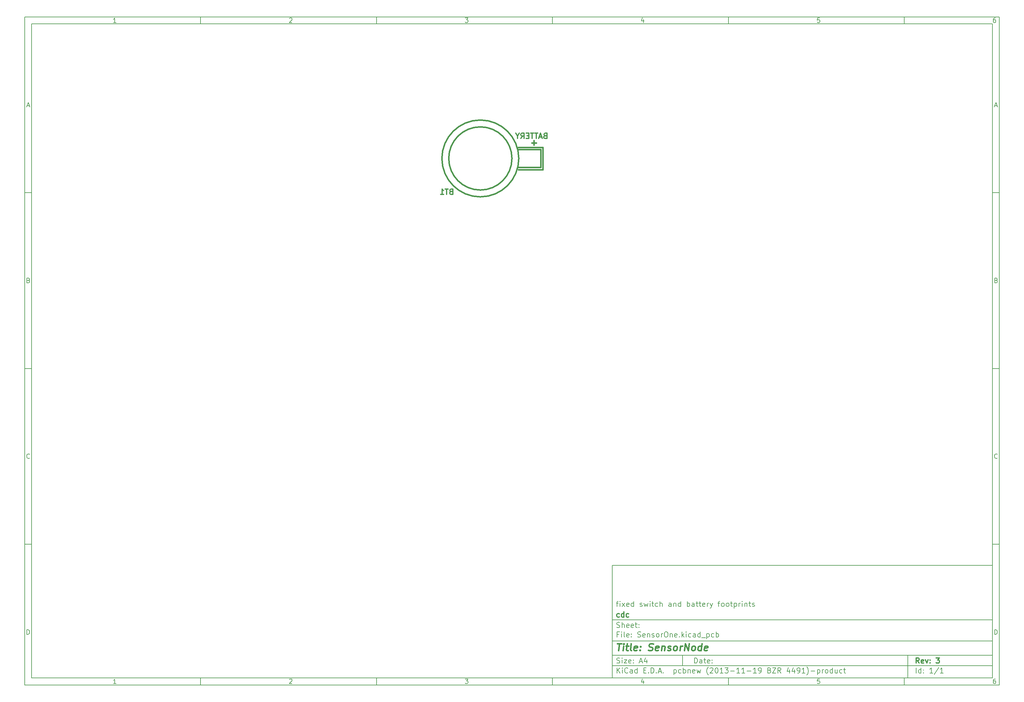
<source format=gbo>
%FSLAX34Y34*%
G04 Gerber Fmt 3.4, Leading zero omitted, Abs format*
G04 (created by PCBNEW (2013-11-19 BZR 4491)-product) date Thu 21 Nov 2013 01:11:00 GMT*
%MOIN*%
G01*
G70*
G90*
G04 APERTURE LIST*
%ADD10C,0.005906*%
%ADD11C,0.011811*%
%ADD12C,0.015748*%
%ADD13C,0.015000*%
%ADD14C,0.012000*%
G04 APERTURE END LIST*
G54D10*
X69685Y-65357D02*
X69685Y-77955D01*
X112205Y-77955D01*
X112205Y-65357D01*
X69685Y-65357D01*
X3937Y-3937D02*
X3937Y-78742D01*
X112992Y-78742D01*
X112992Y-3937D01*
X3937Y-3937D01*
X4724Y-4724D02*
X4724Y-77955D01*
X112205Y-77955D01*
X112205Y-4724D01*
X4724Y-4724D01*
X23622Y-4724D02*
X23622Y-3937D01*
X43307Y-4724D02*
X43307Y-3937D01*
X62992Y-4724D02*
X62992Y-3937D01*
X82677Y-4724D02*
X82677Y-3937D01*
X102362Y-4724D02*
X102362Y-3937D01*
X14169Y-4562D02*
X13877Y-4562D01*
X14023Y-4562D02*
X14023Y-4050D01*
X13974Y-4123D01*
X13925Y-4172D01*
X13877Y-4196D01*
X33562Y-4099D02*
X33586Y-4074D01*
X33635Y-4050D01*
X33757Y-4050D01*
X33805Y-4074D01*
X33830Y-4099D01*
X33854Y-4147D01*
X33854Y-4196D01*
X33830Y-4269D01*
X33537Y-4562D01*
X33854Y-4562D01*
X53222Y-4050D02*
X53539Y-4050D01*
X53368Y-4245D01*
X53442Y-4245D01*
X53490Y-4269D01*
X53515Y-4294D01*
X53539Y-4342D01*
X53539Y-4464D01*
X53515Y-4513D01*
X53490Y-4537D01*
X53442Y-4562D01*
X53295Y-4562D01*
X53247Y-4537D01*
X53222Y-4513D01*
X73175Y-4221D02*
X73175Y-4562D01*
X73053Y-4026D02*
X72932Y-4391D01*
X73248Y-4391D01*
X92885Y-4050D02*
X92641Y-4050D01*
X92617Y-4294D01*
X92641Y-4269D01*
X92690Y-4245D01*
X92812Y-4245D01*
X92860Y-4269D01*
X92885Y-4294D01*
X92909Y-4342D01*
X92909Y-4464D01*
X92885Y-4513D01*
X92860Y-4537D01*
X92812Y-4562D01*
X92690Y-4562D01*
X92641Y-4537D01*
X92617Y-4513D01*
X112545Y-4050D02*
X112448Y-4050D01*
X112399Y-4074D01*
X112375Y-4099D01*
X112326Y-4172D01*
X112302Y-4269D01*
X112302Y-4464D01*
X112326Y-4513D01*
X112350Y-4537D01*
X112399Y-4562D01*
X112497Y-4562D01*
X112545Y-4537D01*
X112570Y-4513D01*
X112594Y-4464D01*
X112594Y-4342D01*
X112570Y-4294D01*
X112545Y-4269D01*
X112497Y-4245D01*
X112399Y-4245D01*
X112350Y-4269D01*
X112326Y-4294D01*
X112302Y-4342D01*
X23622Y-77955D02*
X23622Y-78742D01*
X43307Y-77955D02*
X43307Y-78742D01*
X62992Y-77955D02*
X62992Y-78742D01*
X82677Y-77955D02*
X82677Y-78742D01*
X102362Y-77955D02*
X102362Y-78742D01*
X14169Y-78580D02*
X13877Y-78580D01*
X14023Y-78580D02*
X14023Y-78069D01*
X13974Y-78142D01*
X13925Y-78190D01*
X13877Y-78215D01*
X33562Y-78117D02*
X33586Y-78093D01*
X33635Y-78069D01*
X33757Y-78069D01*
X33805Y-78093D01*
X33830Y-78117D01*
X33854Y-78166D01*
X33854Y-78215D01*
X33830Y-78288D01*
X33537Y-78580D01*
X33854Y-78580D01*
X53222Y-78069D02*
X53539Y-78069D01*
X53368Y-78263D01*
X53442Y-78263D01*
X53490Y-78288D01*
X53515Y-78312D01*
X53539Y-78361D01*
X53539Y-78483D01*
X53515Y-78532D01*
X53490Y-78556D01*
X53442Y-78580D01*
X53295Y-78580D01*
X53247Y-78556D01*
X53222Y-78532D01*
X73175Y-78239D02*
X73175Y-78580D01*
X73053Y-78044D02*
X72932Y-78410D01*
X73248Y-78410D01*
X92885Y-78069D02*
X92641Y-78069D01*
X92617Y-78312D01*
X92641Y-78288D01*
X92690Y-78263D01*
X92812Y-78263D01*
X92860Y-78288D01*
X92885Y-78312D01*
X92909Y-78361D01*
X92909Y-78483D01*
X92885Y-78532D01*
X92860Y-78556D01*
X92812Y-78580D01*
X92690Y-78580D01*
X92641Y-78556D01*
X92617Y-78532D01*
X112545Y-78069D02*
X112448Y-78069D01*
X112399Y-78093D01*
X112375Y-78117D01*
X112326Y-78190D01*
X112302Y-78288D01*
X112302Y-78483D01*
X112326Y-78532D01*
X112350Y-78556D01*
X112399Y-78580D01*
X112497Y-78580D01*
X112545Y-78556D01*
X112570Y-78532D01*
X112594Y-78483D01*
X112594Y-78361D01*
X112570Y-78312D01*
X112545Y-78288D01*
X112497Y-78263D01*
X112399Y-78263D01*
X112350Y-78288D01*
X112326Y-78312D01*
X112302Y-78361D01*
X3937Y-23622D02*
X4724Y-23622D01*
X3937Y-43307D02*
X4724Y-43307D01*
X3937Y-62992D02*
X4724Y-62992D01*
X4208Y-13864D02*
X4452Y-13864D01*
X4160Y-14011D02*
X4330Y-13499D01*
X4501Y-14011D01*
X4367Y-33428D02*
X4440Y-33452D01*
X4464Y-33476D01*
X4489Y-33525D01*
X4489Y-33598D01*
X4464Y-33647D01*
X4440Y-33671D01*
X4391Y-33696D01*
X4196Y-33696D01*
X4196Y-33184D01*
X4367Y-33184D01*
X4416Y-33208D01*
X4440Y-33233D01*
X4464Y-33281D01*
X4464Y-33330D01*
X4440Y-33379D01*
X4416Y-33403D01*
X4367Y-33428D01*
X4196Y-33428D01*
X4489Y-53332D02*
X4464Y-53356D01*
X4391Y-53381D01*
X4342Y-53381D01*
X4269Y-53356D01*
X4221Y-53308D01*
X4196Y-53259D01*
X4172Y-53161D01*
X4172Y-53088D01*
X4196Y-52991D01*
X4221Y-52942D01*
X4269Y-52893D01*
X4342Y-52869D01*
X4391Y-52869D01*
X4464Y-52893D01*
X4489Y-52918D01*
X4196Y-73066D02*
X4196Y-72554D01*
X4318Y-72554D01*
X4391Y-72578D01*
X4440Y-72627D01*
X4464Y-72676D01*
X4489Y-72773D01*
X4489Y-72846D01*
X4464Y-72944D01*
X4440Y-72993D01*
X4391Y-73041D01*
X4318Y-73066D01*
X4196Y-73066D01*
X112992Y-23622D02*
X112205Y-23622D01*
X112992Y-43307D02*
X112205Y-43307D01*
X112992Y-62992D02*
X112205Y-62992D01*
X112477Y-13864D02*
X112721Y-13864D01*
X112428Y-14011D02*
X112599Y-13499D01*
X112769Y-14011D01*
X112635Y-33428D02*
X112708Y-33452D01*
X112733Y-33476D01*
X112757Y-33525D01*
X112757Y-33598D01*
X112733Y-33647D01*
X112708Y-33671D01*
X112660Y-33696D01*
X112465Y-33696D01*
X112465Y-33184D01*
X112635Y-33184D01*
X112684Y-33208D01*
X112708Y-33233D01*
X112733Y-33281D01*
X112733Y-33330D01*
X112708Y-33379D01*
X112684Y-33403D01*
X112635Y-33428D01*
X112465Y-33428D01*
X112757Y-53332D02*
X112733Y-53356D01*
X112660Y-53381D01*
X112611Y-53381D01*
X112538Y-53356D01*
X112489Y-53308D01*
X112465Y-53259D01*
X112440Y-53161D01*
X112440Y-53088D01*
X112465Y-52991D01*
X112489Y-52942D01*
X112538Y-52893D01*
X112611Y-52869D01*
X112660Y-52869D01*
X112733Y-52893D01*
X112757Y-52918D01*
X112465Y-73066D02*
X112465Y-72554D01*
X112587Y-72554D01*
X112660Y-72578D01*
X112708Y-72627D01*
X112733Y-72676D01*
X112757Y-72773D01*
X112757Y-72846D01*
X112733Y-72944D01*
X112708Y-72993D01*
X112660Y-73041D01*
X112587Y-73066D01*
X112465Y-73066D01*
X78881Y-76293D02*
X78881Y-75703D01*
X79022Y-75703D01*
X79106Y-75731D01*
X79162Y-75787D01*
X79190Y-75843D01*
X79219Y-75956D01*
X79219Y-76040D01*
X79190Y-76153D01*
X79162Y-76209D01*
X79106Y-76265D01*
X79022Y-76293D01*
X78881Y-76293D01*
X79725Y-76293D02*
X79725Y-75984D01*
X79697Y-75928D01*
X79640Y-75899D01*
X79528Y-75899D01*
X79472Y-75928D01*
X79725Y-76265D02*
X79669Y-76293D01*
X79528Y-76293D01*
X79472Y-76265D01*
X79444Y-76209D01*
X79444Y-76153D01*
X79472Y-76096D01*
X79528Y-76068D01*
X79669Y-76068D01*
X79725Y-76040D01*
X79922Y-75899D02*
X80147Y-75899D01*
X80006Y-75703D02*
X80006Y-76209D01*
X80034Y-76265D01*
X80090Y-76293D01*
X80147Y-76293D01*
X80568Y-76265D02*
X80512Y-76293D01*
X80400Y-76293D01*
X80343Y-76265D01*
X80315Y-76209D01*
X80315Y-75984D01*
X80343Y-75928D01*
X80400Y-75899D01*
X80512Y-75899D01*
X80568Y-75928D01*
X80597Y-75984D01*
X80597Y-76040D01*
X80315Y-76096D01*
X80850Y-76237D02*
X80878Y-76265D01*
X80850Y-76293D01*
X80822Y-76265D01*
X80850Y-76237D01*
X80850Y-76293D01*
X80850Y-75928D02*
X80878Y-75956D01*
X80850Y-75984D01*
X80822Y-75956D01*
X80850Y-75928D01*
X80850Y-75984D01*
X69685Y-76577D02*
X112205Y-76577D01*
X70220Y-77395D02*
X70220Y-76805D01*
X70557Y-77395D02*
X70304Y-77058D01*
X70557Y-76805D02*
X70220Y-77142D01*
X70810Y-77395D02*
X70810Y-77002D01*
X70810Y-76805D02*
X70782Y-76833D01*
X70810Y-76861D01*
X70838Y-76833D01*
X70810Y-76805D01*
X70810Y-76861D01*
X71429Y-77339D02*
X71401Y-77367D01*
X71316Y-77395D01*
X71260Y-77395D01*
X71176Y-77367D01*
X71120Y-77311D01*
X71091Y-77255D01*
X71063Y-77142D01*
X71063Y-77058D01*
X71091Y-76946D01*
X71120Y-76889D01*
X71176Y-76833D01*
X71260Y-76805D01*
X71316Y-76805D01*
X71401Y-76833D01*
X71429Y-76861D01*
X71935Y-77395D02*
X71935Y-77086D01*
X71907Y-77030D01*
X71851Y-77002D01*
X71738Y-77002D01*
X71682Y-77030D01*
X71935Y-77367D02*
X71879Y-77395D01*
X71738Y-77395D01*
X71682Y-77367D01*
X71654Y-77311D01*
X71654Y-77255D01*
X71682Y-77199D01*
X71738Y-77171D01*
X71879Y-77171D01*
X71935Y-77142D01*
X72469Y-77395D02*
X72469Y-76805D01*
X72469Y-77367D02*
X72413Y-77395D01*
X72301Y-77395D01*
X72244Y-77367D01*
X72216Y-77339D01*
X72188Y-77283D01*
X72188Y-77114D01*
X72216Y-77058D01*
X72244Y-77030D01*
X72301Y-77002D01*
X72413Y-77002D01*
X72469Y-77030D01*
X73201Y-77086D02*
X73397Y-77086D01*
X73482Y-77395D02*
X73201Y-77395D01*
X73201Y-76805D01*
X73482Y-76805D01*
X73735Y-77339D02*
X73763Y-77367D01*
X73735Y-77395D01*
X73707Y-77367D01*
X73735Y-77339D01*
X73735Y-77395D01*
X74016Y-77395D02*
X74016Y-76805D01*
X74157Y-76805D01*
X74241Y-76833D01*
X74297Y-76889D01*
X74325Y-76946D01*
X74354Y-77058D01*
X74354Y-77142D01*
X74325Y-77255D01*
X74297Y-77311D01*
X74241Y-77367D01*
X74157Y-77395D01*
X74016Y-77395D01*
X74607Y-77339D02*
X74635Y-77367D01*
X74607Y-77395D01*
X74579Y-77367D01*
X74607Y-77339D01*
X74607Y-77395D01*
X74860Y-77227D02*
X75141Y-77227D01*
X74804Y-77395D02*
X75000Y-76805D01*
X75197Y-77395D01*
X75394Y-77339D02*
X75422Y-77367D01*
X75394Y-77395D01*
X75366Y-77367D01*
X75394Y-77339D01*
X75394Y-77395D01*
X76575Y-77002D02*
X76575Y-77592D01*
X76575Y-77030D02*
X76631Y-77002D01*
X76744Y-77002D01*
X76800Y-77030D01*
X76828Y-77058D01*
X76856Y-77114D01*
X76856Y-77283D01*
X76828Y-77339D01*
X76800Y-77367D01*
X76744Y-77395D01*
X76631Y-77395D01*
X76575Y-77367D01*
X77363Y-77367D02*
X77306Y-77395D01*
X77194Y-77395D01*
X77138Y-77367D01*
X77109Y-77339D01*
X77081Y-77283D01*
X77081Y-77114D01*
X77109Y-77058D01*
X77138Y-77030D01*
X77194Y-77002D01*
X77306Y-77002D01*
X77363Y-77030D01*
X77616Y-77395D02*
X77616Y-76805D01*
X77616Y-77030D02*
X77672Y-77002D01*
X77784Y-77002D01*
X77841Y-77030D01*
X77869Y-77058D01*
X77897Y-77114D01*
X77897Y-77283D01*
X77869Y-77339D01*
X77841Y-77367D01*
X77784Y-77395D01*
X77672Y-77395D01*
X77616Y-77367D01*
X78150Y-77002D02*
X78150Y-77395D01*
X78150Y-77058D02*
X78178Y-77030D01*
X78234Y-77002D01*
X78319Y-77002D01*
X78375Y-77030D01*
X78403Y-77086D01*
X78403Y-77395D01*
X78909Y-77367D02*
X78853Y-77395D01*
X78741Y-77395D01*
X78684Y-77367D01*
X78656Y-77311D01*
X78656Y-77086D01*
X78684Y-77030D01*
X78741Y-77002D01*
X78853Y-77002D01*
X78909Y-77030D01*
X78937Y-77086D01*
X78937Y-77142D01*
X78656Y-77199D01*
X79134Y-77002D02*
X79247Y-77395D01*
X79359Y-77114D01*
X79472Y-77395D01*
X79584Y-77002D01*
X80428Y-77620D02*
X80400Y-77592D01*
X80343Y-77508D01*
X80315Y-77452D01*
X80287Y-77367D01*
X80259Y-77227D01*
X80259Y-77114D01*
X80287Y-76974D01*
X80315Y-76889D01*
X80343Y-76833D01*
X80400Y-76749D01*
X80428Y-76721D01*
X80625Y-76861D02*
X80653Y-76833D01*
X80709Y-76805D01*
X80850Y-76805D01*
X80906Y-76833D01*
X80934Y-76861D01*
X80962Y-76917D01*
X80962Y-76974D01*
X80934Y-77058D01*
X80597Y-77395D01*
X80962Y-77395D01*
X81328Y-76805D02*
X81384Y-76805D01*
X81440Y-76833D01*
X81468Y-76861D01*
X81496Y-76917D01*
X81525Y-77030D01*
X81525Y-77171D01*
X81496Y-77283D01*
X81468Y-77339D01*
X81440Y-77367D01*
X81384Y-77395D01*
X81328Y-77395D01*
X81271Y-77367D01*
X81243Y-77339D01*
X81215Y-77283D01*
X81187Y-77171D01*
X81187Y-77030D01*
X81215Y-76917D01*
X81243Y-76861D01*
X81271Y-76833D01*
X81328Y-76805D01*
X82087Y-77395D02*
X81750Y-77395D01*
X81918Y-77395D02*
X81918Y-76805D01*
X81862Y-76889D01*
X81806Y-76946D01*
X81750Y-76974D01*
X82284Y-76805D02*
X82649Y-76805D01*
X82453Y-77030D01*
X82537Y-77030D01*
X82593Y-77058D01*
X82621Y-77086D01*
X82649Y-77142D01*
X82649Y-77283D01*
X82621Y-77339D01*
X82593Y-77367D01*
X82537Y-77395D01*
X82368Y-77395D01*
X82312Y-77367D01*
X82284Y-77339D01*
X82903Y-77171D02*
X83352Y-77171D01*
X83943Y-77395D02*
X83606Y-77395D01*
X83774Y-77395D02*
X83774Y-76805D01*
X83718Y-76889D01*
X83662Y-76946D01*
X83606Y-76974D01*
X84505Y-77395D02*
X84168Y-77395D01*
X84337Y-77395D02*
X84337Y-76805D01*
X84280Y-76889D01*
X84224Y-76946D01*
X84168Y-76974D01*
X84759Y-77171D02*
X85208Y-77171D01*
X85799Y-77395D02*
X85462Y-77395D01*
X85630Y-77395D02*
X85630Y-76805D01*
X85574Y-76889D01*
X85518Y-76946D01*
X85462Y-76974D01*
X86080Y-77395D02*
X86193Y-77395D01*
X86249Y-77367D01*
X86277Y-77339D01*
X86333Y-77255D01*
X86361Y-77142D01*
X86361Y-76917D01*
X86333Y-76861D01*
X86305Y-76833D01*
X86249Y-76805D01*
X86136Y-76805D01*
X86080Y-76833D01*
X86052Y-76861D01*
X86024Y-76917D01*
X86024Y-77058D01*
X86052Y-77114D01*
X86080Y-77142D01*
X86136Y-77171D01*
X86249Y-77171D01*
X86305Y-77142D01*
X86333Y-77114D01*
X86361Y-77058D01*
X87261Y-77086D02*
X87346Y-77114D01*
X87374Y-77142D01*
X87402Y-77199D01*
X87402Y-77283D01*
X87374Y-77339D01*
X87346Y-77367D01*
X87289Y-77395D01*
X87064Y-77395D01*
X87064Y-76805D01*
X87261Y-76805D01*
X87318Y-76833D01*
X87346Y-76861D01*
X87374Y-76917D01*
X87374Y-76974D01*
X87346Y-77030D01*
X87318Y-77058D01*
X87261Y-77086D01*
X87064Y-77086D01*
X87599Y-76805D02*
X87992Y-76805D01*
X87599Y-77395D01*
X87992Y-77395D01*
X88555Y-77395D02*
X88358Y-77114D01*
X88217Y-77395D02*
X88217Y-76805D01*
X88442Y-76805D01*
X88499Y-76833D01*
X88527Y-76861D01*
X88555Y-76917D01*
X88555Y-77002D01*
X88527Y-77058D01*
X88499Y-77086D01*
X88442Y-77114D01*
X88217Y-77114D01*
X89511Y-77002D02*
X89511Y-77395D01*
X89370Y-76777D02*
X89230Y-77199D01*
X89595Y-77199D01*
X90073Y-77002D02*
X90073Y-77395D01*
X89933Y-76777D02*
X89792Y-77199D01*
X90158Y-77199D01*
X90411Y-77395D02*
X90523Y-77395D01*
X90580Y-77367D01*
X90608Y-77339D01*
X90664Y-77255D01*
X90692Y-77142D01*
X90692Y-76917D01*
X90664Y-76861D01*
X90636Y-76833D01*
X90580Y-76805D01*
X90467Y-76805D01*
X90411Y-76833D01*
X90383Y-76861D01*
X90355Y-76917D01*
X90355Y-77058D01*
X90383Y-77114D01*
X90411Y-77142D01*
X90467Y-77171D01*
X90580Y-77171D01*
X90636Y-77142D01*
X90664Y-77114D01*
X90692Y-77058D01*
X91255Y-77395D02*
X90917Y-77395D01*
X91086Y-77395D02*
X91086Y-76805D01*
X91030Y-76889D01*
X90973Y-76946D01*
X90917Y-76974D01*
X91451Y-77620D02*
X91480Y-77592D01*
X91536Y-77508D01*
X91564Y-77452D01*
X91592Y-77367D01*
X91620Y-77227D01*
X91620Y-77114D01*
X91592Y-76974D01*
X91564Y-76889D01*
X91536Y-76833D01*
X91480Y-76749D01*
X91451Y-76721D01*
X91901Y-77171D02*
X92351Y-77171D01*
X92633Y-77002D02*
X92633Y-77592D01*
X92633Y-77030D02*
X92689Y-77002D01*
X92801Y-77002D01*
X92858Y-77030D01*
X92886Y-77058D01*
X92914Y-77114D01*
X92914Y-77283D01*
X92886Y-77339D01*
X92858Y-77367D01*
X92801Y-77395D01*
X92689Y-77395D01*
X92633Y-77367D01*
X93167Y-77395D02*
X93167Y-77002D01*
X93167Y-77114D02*
X93195Y-77058D01*
X93223Y-77030D01*
X93279Y-77002D01*
X93336Y-77002D01*
X93617Y-77395D02*
X93561Y-77367D01*
X93532Y-77339D01*
X93504Y-77283D01*
X93504Y-77114D01*
X93532Y-77058D01*
X93561Y-77030D01*
X93617Y-77002D01*
X93701Y-77002D01*
X93757Y-77030D01*
X93786Y-77058D01*
X93814Y-77114D01*
X93814Y-77283D01*
X93786Y-77339D01*
X93757Y-77367D01*
X93701Y-77395D01*
X93617Y-77395D01*
X94320Y-77395D02*
X94320Y-76805D01*
X94320Y-77367D02*
X94264Y-77395D01*
X94151Y-77395D01*
X94095Y-77367D01*
X94067Y-77339D01*
X94039Y-77283D01*
X94039Y-77114D01*
X94067Y-77058D01*
X94095Y-77030D01*
X94151Y-77002D01*
X94264Y-77002D01*
X94320Y-77030D01*
X94854Y-77002D02*
X94854Y-77395D01*
X94601Y-77002D02*
X94601Y-77311D01*
X94629Y-77367D01*
X94685Y-77395D01*
X94770Y-77395D01*
X94826Y-77367D01*
X94854Y-77339D01*
X95388Y-77367D02*
X95332Y-77395D01*
X95220Y-77395D01*
X95163Y-77367D01*
X95135Y-77339D01*
X95107Y-77283D01*
X95107Y-77114D01*
X95135Y-77058D01*
X95163Y-77030D01*
X95220Y-77002D01*
X95332Y-77002D01*
X95388Y-77030D01*
X95557Y-77002D02*
X95782Y-77002D01*
X95642Y-76805D02*
X95642Y-77311D01*
X95670Y-77367D01*
X95726Y-77395D01*
X95782Y-77395D01*
X69685Y-75396D02*
X112205Y-75396D01*
G54D11*
X104022Y-76293D02*
X103825Y-76012D01*
X103684Y-76293D02*
X103684Y-75703D01*
X103909Y-75703D01*
X103965Y-75731D01*
X103994Y-75759D01*
X104022Y-75815D01*
X104022Y-75899D01*
X103994Y-75956D01*
X103965Y-75984D01*
X103909Y-76012D01*
X103684Y-76012D01*
X104500Y-76265D02*
X104444Y-76293D01*
X104331Y-76293D01*
X104275Y-76265D01*
X104247Y-76209D01*
X104247Y-75984D01*
X104275Y-75928D01*
X104331Y-75899D01*
X104444Y-75899D01*
X104500Y-75928D01*
X104528Y-75984D01*
X104528Y-76040D01*
X104247Y-76096D01*
X104725Y-75899D02*
X104865Y-76293D01*
X105006Y-75899D01*
X105231Y-76237D02*
X105259Y-76265D01*
X105231Y-76293D01*
X105203Y-76265D01*
X105231Y-76237D01*
X105231Y-76293D01*
X105231Y-75928D02*
X105259Y-75956D01*
X105231Y-75984D01*
X105203Y-75956D01*
X105231Y-75928D01*
X105231Y-75984D01*
X105906Y-75703D02*
X106271Y-75703D01*
X106075Y-75928D01*
X106159Y-75928D01*
X106215Y-75956D01*
X106243Y-75984D01*
X106271Y-76040D01*
X106271Y-76181D01*
X106243Y-76237D01*
X106215Y-76265D01*
X106159Y-76293D01*
X105990Y-76293D01*
X105934Y-76265D01*
X105906Y-76237D01*
G54D10*
X70192Y-76265D02*
X70276Y-76293D01*
X70417Y-76293D01*
X70473Y-76265D01*
X70501Y-76237D01*
X70529Y-76181D01*
X70529Y-76124D01*
X70501Y-76068D01*
X70473Y-76040D01*
X70417Y-76012D01*
X70304Y-75984D01*
X70248Y-75956D01*
X70220Y-75928D01*
X70192Y-75871D01*
X70192Y-75815D01*
X70220Y-75759D01*
X70248Y-75731D01*
X70304Y-75703D01*
X70445Y-75703D01*
X70529Y-75731D01*
X70782Y-76293D02*
X70782Y-75899D01*
X70782Y-75703D02*
X70754Y-75731D01*
X70782Y-75759D01*
X70810Y-75731D01*
X70782Y-75703D01*
X70782Y-75759D01*
X71007Y-75899D02*
X71316Y-75899D01*
X71007Y-76293D01*
X71316Y-76293D01*
X71766Y-76265D02*
X71710Y-76293D01*
X71598Y-76293D01*
X71541Y-76265D01*
X71513Y-76209D01*
X71513Y-75984D01*
X71541Y-75928D01*
X71598Y-75899D01*
X71710Y-75899D01*
X71766Y-75928D01*
X71795Y-75984D01*
X71795Y-76040D01*
X71513Y-76096D01*
X72048Y-76237D02*
X72076Y-76265D01*
X72048Y-76293D01*
X72019Y-76265D01*
X72048Y-76237D01*
X72048Y-76293D01*
X72048Y-75928D02*
X72076Y-75956D01*
X72048Y-75984D01*
X72019Y-75956D01*
X72048Y-75928D01*
X72048Y-75984D01*
X72751Y-76124D02*
X73032Y-76124D01*
X72694Y-76293D02*
X72891Y-75703D01*
X73088Y-76293D01*
X73538Y-75899D02*
X73538Y-76293D01*
X73397Y-75674D02*
X73257Y-76096D01*
X73622Y-76096D01*
X103684Y-77395D02*
X103684Y-76805D01*
X104219Y-77395D02*
X104219Y-76805D01*
X104219Y-77367D02*
X104162Y-77395D01*
X104050Y-77395D01*
X103994Y-77367D01*
X103965Y-77339D01*
X103937Y-77283D01*
X103937Y-77114D01*
X103965Y-77058D01*
X103994Y-77030D01*
X104050Y-77002D01*
X104162Y-77002D01*
X104219Y-77030D01*
X104500Y-77339D02*
X104528Y-77367D01*
X104500Y-77395D01*
X104472Y-77367D01*
X104500Y-77339D01*
X104500Y-77395D01*
X104500Y-77030D02*
X104528Y-77058D01*
X104500Y-77086D01*
X104472Y-77058D01*
X104500Y-77030D01*
X104500Y-77086D01*
X105540Y-77395D02*
X105203Y-77395D01*
X105372Y-77395D02*
X105372Y-76805D01*
X105315Y-76889D01*
X105259Y-76946D01*
X105203Y-76974D01*
X106215Y-76777D02*
X105709Y-77536D01*
X106721Y-77395D02*
X106384Y-77395D01*
X106553Y-77395D02*
X106553Y-76805D01*
X106496Y-76889D01*
X106440Y-76946D01*
X106384Y-76974D01*
X69685Y-73821D02*
X112205Y-73821D01*
G54D12*
X70257Y-74099D02*
X70707Y-74099D01*
X70384Y-74886D02*
X70482Y-74099D01*
X70871Y-74886D02*
X70937Y-74361D01*
X70970Y-74099D02*
X70927Y-74136D01*
X70960Y-74174D01*
X71002Y-74136D01*
X70970Y-74099D01*
X70960Y-74174D01*
X71199Y-74361D02*
X71499Y-74361D01*
X71345Y-74099D02*
X71260Y-74774D01*
X71288Y-74849D01*
X71359Y-74886D01*
X71434Y-74886D01*
X71809Y-74886D02*
X71738Y-74849D01*
X71710Y-74774D01*
X71795Y-74099D01*
X72413Y-74849D02*
X72334Y-74886D01*
X72184Y-74886D01*
X72113Y-74849D01*
X72085Y-74774D01*
X72123Y-74474D01*
X72169Y-74399D01*
X72249Y-74361D01*
X72399Y-74361D01*
X72469Y-74399D01*
X72498Y-74474D01*
X72488Y-74549D01*
X72104Y-74624D01*
X72793Y-74811D02*
X72826Y-74849D01*
X72783Y-74886D01*
X72751Y-74849D01*
X72793Y-74811D01*
X72783Y-74886D01*
X72844Y-74399D02*
X72877Y-74436D01*
X72835Y-74474D01*
X72802Y-74436D01*
X72844Y-74399D01*
X72835Y-74474D01*
X73726Y-74849D02*
X73833Y-74886D01*
X74021Y-74886D01*
X74100Y-74849D01*
X74143Y-74811D01*
X74190Y-74736D01*
X74199Y-74661D01*
X74171Y-74586D01*
X74138Y-74549D01*
X74068Y-74511D01*
X73922Y-74474D01*
X73852Y-74436D01*
X73819Y-74399D01*
X73791Y-74324D01*
X73801Y-74249D01*
X73847Y-74174D01*
X73890Y-74136D01*
X73969Y-74099D01*
X74157Y-74099D01*
X74265Y-74136D01*
X74813Y-74849D02*
X74733Y-74886D01*
X74583Y-74886D01*
X74513Y-74849D01*
X74485Y-74774D01*
X74522Y-74474D01*
X74569Y-74399D01*
X74649Y-74361D01*
X74799Y-74361D01*
X74869Y-74399D01*
X74897Y-74474D01*
X74888Y-74549D01*
X74504Y-74624D01*
X75249Y-74361D02*
X75183Y-74886D01*
X75239Y-74436D02*
X75282Y-74399D01*
X75361Y-74361D01*
X75474Y-74361D01*
X75544Y-74399D01*
X75572Y-74474D01*
X75521Y-74886D01*
X75863Y-74849D02*
X75933Y-74886D01*
X76083Y-74886D01*
X76163Y-74849D01*
X76210Y-74774D01*
X76214Y-74736D01*
X76186Y-74661D01*
X76116Y-74624D01*
X76003Y-74624D01*
X75933Y-74586D01*
X75905Y-74511D01*
X75910Y-74474D01*
X75956Y-74399D01*
X76036Y-74361D01*
X76149Y-74361D01*
X76219Y-74399D01*
X76645Y-74886D02*
X76575Y-74849D01*
X76542Y-74811D01*
X76514Y-74736D01*
X76542Y-74511D01*
X76589Y-74436D01*
X76631Y-74399D01*
X76711Y-74361D01*
X76824Y-74361D01*
X76894Y-74399D01*
X76927Y-74436D01*
X76955Y-74511D01*
X76927Y-74736D01*
X76880Y-74811D01*
X76838Y-74849D01*
X76758Y-74886D01*
X76645Y-74886D01*
X77245Y-74886D02*
X77311Y-74361D01*
X77292Y-74511D02*
X77339Y-74436D01*
X77381Y-74399D01*
X77461Y-74361D01*
X77536Y-74361D01*
X77733Y-74886D02*
X77831Y-74099D01*
X78183Y-74886D01*
X78281Y-74099D01*
X78670Y-74886D02*
X78600Y-74849D01*
X78567Y-74811D01*
X78539Y-74736D01*
X78567Y-74511D01*
X78614Y-74436D01*
X78656Y-74399D01*
X78736Y-74361D01*
X78848Y-74361D01*
X78919Y-74399D01*
X78951Y-74436D01*
X78980Y-74511D01*
X78951Y-74736D01*
X78905Y-74811D01*
X78862Y-74849D01*
X78783Y-74886D01*
X78670Y-74886D01*
X79608Y-74886D02*
X79706Y-74099D01*
X79612Y-74849D02*
X79533Y-74886D01*
X79383Y-74886D01*
X79312Y-74849D01*
X79280Y-74811D01*
X79251Y-74736D01*
X79280Y-74511D01*
X79326Y-74436D01*
X79369Y-74399D01*
X79448Y-74361D01*
X79598Y-74361D01*
X79669Y-74399D01*
X80287Y-74849D02*
X80208Y-74886D01*
X80058Y-74886D01*
X79987Y-74849D01*
X79959Y-74774D01*
X79997Y-74474D01*
X80043Y-74399D01*
X80123Y-74361D01*
X80273Y-74361D01*
X80343Y-74399D01*
X80372Y-74474D01*
X80362Y-74549D01*
X79978Y-74624D01*
G54D10*
X70417Y-73070D02*
X70220Y-73070D01*
X70220Y-73380D02*
X70220Y-72789D01*
X70501Y-72789D01*
X70726Y-73380D02*
X70726Y-72986D01*
X70726Y-72789D02*
X70698Y-72817D01*
X70726Y-72845D01*
X70754Y-72817D01*
X70726Y-72789D01*
X70726Y-72845D01*
X71091Y-73380D02*
X71035Y-73352D01*
X71007Y-73295D01*
X71007Y-72789D01*
X71541Y-73352D02*
X71485Y-73380D01*
X71373Y-73380D01*
X71316Y-73352D01*
X71288Y-73295D01*
X71288Y-73070D01*
X71316Y-73014D01*
X71373Y-72986D01*
X71485Y-72986D01*
X71541Y-73014D01*
X71570Y-73070D01*
X71570Y-73127D01*
X71288Y-73183D01*
X71823Y-73323D02*
X71851Y-73352D01*
X71823Y-73380D01*
X71795Y-73352D01*
X71823Y-73323D01*
X71823Y-73380D01*
X71823Y-73014D02*
X71851Y-73042D01*
X71823Y-73070D01*
X71795Y-73042D01*
X71823Y-73014D01*
X71823Y-73070D01*
X72526Y-73352D02*
X72610Y-73380D01*
X72751Y-73380D01*
X72807Y-73352D01*
X72835Y-73323D01*
X72863Y-73267D01*
X72863Y-73211D01*
X72835Y-73155D01*
X72807Y-73127D01*
X72751Y-73099D01*
X72638Y-73070D01*
X72582Y-73042D01*
X72554Y-73014D01*
X72526Y-72958D01*
X72526Y-72902D01*
X72554Y-72845D01*
X72582Y-72817D01*
X72638Y-72789D01*
X72779Y-72789D01*
X72863Y-72817D01*
X73341Y-73352D02*
X73285Y-73380D01*
X73172Y-73380D01*
X73116Y-73352D01*
X73088Y-73295D01*
X73088Y-73070D01*
X73116Y-73014D01*
X73172Y-72986D01*
X73285Y-72986D01*
X73341Y-73014D01*
X73369Y-73070D01*
X73369Y-73127D01*
X73088Y-73183D01*
X73622Y-72986D02*
X73622Y-73380D01*
X73622Y-73042D02*
X73651Y-73014D01*
X73707Y-72986D01*
X73791Y-72986D01*
X73847Y-73014D01*
X73876Y-73070D01*
X73876Y-73380D01*
X74129Y-73352D02*
X74185Y-73380D01*
X74297Y-73380D01*
X74354Y-73352D01*
X74382Y-73295D01*
X74382Y-73267D01*
X74354Y-73211D01*
X74297Y-73183D01*
X74213Y-73183D01*
X74157Y-73155D01*
X74129Y-73099D01*
X74129Y-73070D01*
X74157Y-73014D01*
X74213Y-72986D01*
X74297Y-72986D01*
X74354Y-73014D01*
X74719Y-73380D02*
X74663Y-73352D01*
X74635Y-73323D01*
X74607Y-73267D01*
X74607Y-73099D01*
X74635Y-73042D01*
X74663Y-73014D01*
X74719Y-72986D01*
X74804Y-72986D01*
X74860Y-73014D01*
X74888Y-73042D01*
X74916Y-73099D01*
X74916Y-73267D01*
X74888Y-73323D01*
X74860Y-73352D01*
X74804Y-73380D01*
X74719Y-73380D01*
X75169Y-73380D02*
X75169Y-72986D01*
X75169Y-73099D02*
X75197Y-73042D01*
X75225Y-73014D01*
X75282Y-72986D01*
X75338Y-72986D01*
X75647Y-72789D02*
X75760Y-72789D01*
X75816Y-72817D01*
X75872Y-72874D01*
X75900Y-72986D01*
X75900Y-73183D01*
X75872Y-73295D01*
X75816Y-73352D01*
X75760Y-73380D01*
X75647Y-73380D01*
X75591Y-73352D01*
X75535Y-73295D01*
X75507Y-73183D01*
X75507Y-72986D01*
X75535Y-72874D01*
X75591Y-72817D01*
X75647Y-72789D01*
X76153Y-72986D02*
X76153Y-73380D01*
X76153Y-73042D02*
X76181Y-73014D01*
X76238Y-72986D01*
X76322Y-72986D01*
X76378Y-73014D01*
X76406Y-73070D01*
X76406Y-73380D01*
X76913Y-73352D02*
X76856Y-73380D01*
X76744Y-73380D01*
X76688Y-73352D01*
X76660Y-73295D01*
X76660Y-73070D01*
X76688Y-73014D01*
X76744Y-72986D01*
X76856Y-72986D01*
X76913Y-73014D01*
X76941Y-73070D01*
X76941Y-73127D01*
X76660Y-73183D01*
X77194Y-73323D02*
X77222Y-73352D01*
X77194Y-73380D01*
X77166Y-73352D01*
X77194Y-73323D01*
X77194Y-73380D01*
X77475Y-73380D02*
X77475Y-72789D01*
X77531Y-73155D02*
X77700Y-73380D01*
X77700Y-72986D02*
X77475Y-73211D01*
X77953Y-73380D02*
X77953Y-72986D01*
X77953Y-72789D02*
X77925Y-72817D01*
X77953Y-72845D01*
X77981Y-72817D01*
X77953Y-72789D01*
X77953Y-72845D01*
X78487Y-73352D02*
X78431Y-73380D01*
X78319Y-73380D01*
X78262Y-73352D01*
X78234Y-73323D01*
X78206Y-73267D01*
X78206Y-73099D01*
X78234Y-73042D01*
X78262Y-73014D01*
X78319Y-72986D01*
X78431Y-72986D01*
X78487Y-73014D01*
X78994Y-73380D02*
X78994Y-73070D01*
X78965Y-73014D01*
X78909Y-72986D01*
X78797Y-72986D01*
X78741Y-73014D01*
X78994Y-73352D02*
X78937Y-73380D01*
X78797Y-73380D01*
X78741Y-73352D01*
X78712Y-73295D01*
X78712Y-73239D01*
X78741Y-73183D01*
X78797Y-73155D01*
X78937Y-73155D01*
X78994Y-73127D01*
X79528Y-73380D02*
X79528Y-72789D01*
X79528Y-73352D02*
X79472Y-73380D01*
X79359Y-73380D01*
X79303Y-73352D01*
X79275Y-73323D01*
X79247Y-73267D01*
X79247Y-73099D01*
X79275Y-73042D01*
X79303Y-73014D01*
X79359Y-72986D01*
X79472Y-72986D01*
X79528Y-73014D01*
X79669Y-73436D02*
X80118Y-73436D01*
X80259Y-72986D02*
X80259Y-73577D01*
X80259Y-73014D02*
X80315Y-72986D01*
X80428Y-72986D01*
X80484Y-73014D01*
X80512Y-73042D01*
X80540Y-73099D01*
X80540Y-73267D01*
X80512Y-73323D01*
X80484Y-73352D01*
X80428Y-73380D01*
X80315Y-73380D01*
X80259Y-73352D01*
X81046Y-73352D02*
X80990Y-73380D01*
X80878Y-73380D01*
X80822Y-73352D01*
X80793Y-73323D01*
X80765Y-73267D01*
X80765Y-73099D01*
X80793Y-73042D01*
X80822Y-73014D01*
X80878Y-72986D01*
X80990Y-72986D01*
X81046Y-73014D01*
X81300Y-73380D02*
X81300Y-72789D01*
X81300Y-73014D02*
X81356Y-72986D01*
X81468Y-72986D01*
X81525Y-73014D01*
X81553Y-73042D01*
X81581Y-73099D01*
X81581Y-73267D01*
X81553Y-73323D01*
X81525Y-73352D01*
X81468Y-73380D01*
X81356Y-73380D01*
X81300Y-73352D01*
X69685Y-71459D02*
X112205Y-71459D01*
X70192Y-72289D02*
X70276Y-72317D01*
X70417Y-72317D01*
X70473Y-72289D01*
X70501Y-72260D01*
X70529Y-72204D01*
X70529Y-72148D01*
X70501Y-72092D01*
X70473Y-72064D01*
X70417Y-72036D01*
X70304Y-72007D01*
X70248Y-71979D01*
X70220Y-71951D01*
X70192Y-71895D01*
X70192Y-71839D01*
X70220Y-71782D01*
X70248Y-71754D01*
X70304Y-71726D01*
X70445Y-71726D01*
X70529Y-71754D01*
X70782Y-72317D02*
X70782Y-71726D01*
X71035Y-72317D02*
X71035Y-72007D01*
X71007Y-71951D01*
X70951Y-71923D01*
X70867Y-71923D01*
X70810Y-71951D01*
X70782Y-71979D01*
X71541Y-72289D02*
X71485Y-72317D01*
X71373Y-72317D01*
X71316Y-72289D01*
X71288Y-72232D01*
X71288Y-72007D01*
X71316Y-71951D01*
X71373Y-71923D01*
X71485Y-71923D01*
X71541Y-71951D01*
X71570Y-72007D01*
X71570Y-72064D01*
X71288Y-72120D01*
X72048Y-72289D02*
X71991Y-72317D01*
X71879Y-72317D01*
X71823Y-72289D01*
X71795Y-72232D01*
X71795Y-72007D01*
X71823Y-71951D01*
X71879Y-71923D01*
X71991Y-71923D01*
X72048Y-71951D01*
X72076Y-72007D01*
X72076Y-72064D01*
X71795Y-72120D01*
X72244Y-71923D02*
X72469Y-71923D01*
X72329Y-71726D02*
X72329Y-72232D01*
X72357Y-72289D01*
X72413Y-72317D01*
X72469Y-72317D01*
X72666Y-72260D02*
X72694Y-72289D01*
X72666Y-72317D01*
X72638Y-72289D01*
X72666Y-72260D01*
X72666Y-72317D01*
X72666Y-71951D02*
X72694Y-71979D01*
X72666Y-72007D01*
X72638Y-71979D01*
X72666Y-71951D01*
X72666Y-72007D01*
G54D11*
X70473Y-71108D02*
X70417Y-71136D01*
X70304Y-71136D01*
X70248Y-71108D01*
X70220Y-71079D01*
X70192Y-71023D01*
X70192Y-70854D01*
X70220Y-70798D01*
X70248Y-70770D01*
X70304Y-70742D01*
X70417Y-70742D01*
X70473Y-70770D01*
X70979Y-71136D02*
X70979Y-70545D01*
X70979Y-71108D02*
X70923Y-71136D01*
X70810Y-71136D01*
X70754Y-71108D01*
X70726Y-71079D01*
X70698Y-71023D01*
X70698Y-70854D01*
X70726Y-70798D01*
X70754Y-70770D01*
X70810Y-70742D01*
X70923Y-70742D01*
X70979Y-70770D01*
X71513Y-71108D02*
X71457Y-71136D01*
X71345Y-71136D01*
X71288Y-71108D01*
X71260Y-71079D01*
X71232Y-71023D01*
X71232Y-70854D01*
X71260Y-70798D01*
X71288Y-70770D01*
X71345Y-70742D01*
X71457Y-70742D01*
X71513Y-70770D01*
G54D10*
X70135Y-69561D02*
X70360Y-69561D01*
X70220Y-69955D02*
X70220Y-69448D01*
X70248Y-69392D01*
X70304Y-69364D01*
X70360Y-69364D01*
X70557Y-69955D02*
X70557Y-69561D01*
X70557Y-69364D02*
X70529Y-69392D01*
X70557Y-69420D01*
X70585Y-69392D01*
X70557Y-69364D01*
X70557Y-69420D01*
X70782Y-69955D02*
X71091Y-69561D01*
X70782Y-69561D02*
X71091Y-69955D01*
X71541Y-69926D02*
X71485Y-69955D01*
X71373Y-69955D01*
X71316Y-69926D01*
X71288Y-69870D01*
X71288Y-69645D01*
X71316Y-69589D01*
X71373Y-69561D01*
X71485Y-69561D01*
X71541Y-69589D01*
X71570Y-69645D01*
X71570Y-69701D01*
X71288Y-69758D01*
X72076Y-69955D02*
X72076Y-69364D01*
X72076Y-69926D02*
X72019Y-69955D01*
X71907Y-69955D01*
X71851Y-69926D01*
X71823Y-69898D01*
X71795Y-69842D01*
X71795Y-69673D01*
X71823Y-69617D01*
X71851Y-69589D01*
X71907Y-69561D01*
X72019Y-69561D01*
X72076Y-69589D01*
X72779Y-69926D02*
X72835Y-69955D01*
X72947Y-69955D01*
X73004Y-69926D01*
X73032Y-69870D01*
X73032Y-69842D01*
X73004Y-69786D01*
X72947Y-69758D01*
X72863Y-69758D01*
X72807Y-69730D01*
X72779Y-69673D01*
X72779Y-69645D01*
X72807Y-69589D01*
X72863Y-69561D01*
X72947Y-69561D01*
X73004Y-69589D01*
X73229Y-69561D02*
X73341Y-69955D01*
X73454Y-69673D01*
X73566Y-69955D01*
X73679Y-69561D01*
X73904Y-69955D02*
X73904Y-69561D01*
X73904Y-69364D02*
X73876Y-69392D01*
X73904Y-69420D01*
X73932Y-69392D01*
X73904Y-69364D01*
X73904Y-69420D01*
X74100Y-69561D02*
X74325Y-69561D01*
X74185Y-69364D02*
X74185Y-69870D01*
X74213Y-69926D01*
X74269Y-69955D01*
X74325Y-69955D01*
X74775Y-69926D02*
X74719Y-69955D01*
X74607Y-69955D01*
X74550Y-69926D01*
X74522Y-69898D01*
X74494Y-69842D01*
X74494Y-69673D01*
X74522Y-69617D01*
X74550Y-69589D01*
X74607Y-69561D01*
X74719Y-69561D01*
X74775Y-69589D01*
X75028Y-69955D02*
X75028Y-69364D01*
X75282Y-69955D02*
X75282Y-69645D01*
X75253Y-69589D01*
X75197Y-69561D01*
X75113Y-69561D01*
X75057Y-69589D01*
X75028Y-69617D01*
X76266Y-69955D02*
X76266Y-69645D01*
X76238Y-69589D01*
X76181Y-69561D01*
X76069Y-69561D01*
X76013Y-69589D01*
X76266Y-69926D02*
X76210Y-69955D01*
X76069Y-69955D01*
X76013Y-69926D01*
X75985Y-69870D01*
X75985Y-69814D01*
X76013Y-69758D01*
X76069Y-69730D01*
X76210Y-69730D01*
X76266Y-69701D01*
X76547Y-69561D02*
X76547Y-69955D01*
X76547Y-69617D02*
X76575Y-69589D01*
X76631Y-69561D01*
X76716Y-69561D01*
X76772Y-69589D01*
X76800Y-69645D01*
X76800Y-69955D01*
X77334Y-69955D02*
X77334Y-69364D01*
X77334Y-69926D02*
X77278Y-69955D01*
X77166Y-69955D01*
X77109Y-69926D01*
X77081Y-69898D01*
X77053Y-69842D01*
X77053Y-69673D01*
X77081Y-69617D01*
X77109Y-69589D01*
X77166Y-69561D01*
X77278Y-69561D01*
X77334Y-69589D01*
X78066Y-69955D02*
X78066Y-69364D01*
X78066Y-69589D02*
X78122Y-69561D01*
X78234Y-69561D01*
X78291Y-69589D01*
X78319Y-69617D01*
X78347Y-69673D01*
X78347Y-69842D01*
X78319Y-69898D01*
X78291Y-69926D01*
X78234Y-69955D01*
X78122Y-69955D01*
X78066Y-69926D01*
X78853Y-69955D02*
X78853Y-69645D01*
X78825Y-69589D01*
X78769Y-69561D01*
X78656Y-69561D01*
X78600Y-69589D01*
X78853Y-69926D02*
X78797Y-69955D01*
X78656Y-69955D01*
X78600Y-69926D01*
X78572Y-69870D01*
X78572Y-69814D01*
X78600Y-69758D01*
X78656Y-69730D01*
X78797Y-69730D01*
X78853Y-69701D01*
X79050Y-69561D02*
X79275Y-69561D01*
X79134Y-69364D02*
X79134Y-69870D01*
X79162Y-69926D01*
X79219Y-69955D01*
X79275Y-69955D01*
X79387Y-69561D02*
X79612Y-69561D01*
X79472Y-69364D02*
X79472Y-69870D01*
X79500Y-69926D01*
X79556Y-69955D01*
X79612Y-69955D01*
X80034Y-69926D02*
X79978Y-69955D01*
X79865Y-69955D01*
X79809Y-69926D01*
X79781Y-69870D01*
X79781Y-69645D01*
X79809Y-69589D01*
X79865Y-69561D01*
X79978Y-69561D01*
X80034Y-69589D01*
X80062Y-69645D01*
X80062Y-69701D01*
X79781Y-69758D01*
X80315Y-69955D02*
X80315Y-69561D01*
X80315Y-69673D02*
X80343Y-69617D01*
X80372Y-69589D01*
X80428Y-69561D01*
X80484Y-69561D01*
X80625Y-69561D02*
X80765Y-69955D01*
X80906Y-69561D02*
X80765Y-69955D01*
X80709Y-70095D01*
X80681Y-70123D01*
X80625Y-70151D01*
X81496Y-69561D02*
X81721Y-69561D01*
X81581Y-69955D02*
X81581Y-69448D01*
X81609Y-69392D01*
X81665Y-69364D01*
X81721Y-69364D01*
X82003Y-69955D02*
X81946Y-69926D01*
X81918Y-69898D01*
X81890Y-69842D01*
X81890Y-69673D01*
X81918Y-69617D01*
X81946Y-69589D01*
X82003Y-69561D01*
X82087Y-69561D01*
X82143Y-69589D01*
X82171Y-69617D01*
X82199Y-69673D01*
X82199Y-69842D01*
X82171Y-69898D01*
X82143Y-69926D01*
X82087Y-69955D01*
X82003Y-69955D01*
X82537Y-69955D02*
X82481Y-69926D01*
X82453Y-69898D01*
X82424Y-69842D01*
X82424Y-69673D01*
X82453Y-69617D01*
X82481Y-69589D01*
X82537Y-69561D01*
X82621Y-69561D01*
X82678Y-69589D01*
X82706Y-69617D01*
X82734Y-69673D01*
X82734Y-69842D01*
X82706Y-69898D01*
X82678Y-69926D01*
X82621Y-69955D01*
X82537Y-69955D01*
X82903Y-69561D02*
X83127Y-69561D01*
X82987Y-69364D02*
X82987Y-69870D01*
X83015Y-69926D01*
X83071Y-69955D01*
X83127Y-69955D01*
X83324Y-69561D02*
X83324Y-70151D01*
X83324Y-69589D02*
X83381Y-69561D01*
X83493Y-69561D01*
X83549Y-69589D01*
X83577Y-69617D01*
X83606Y-69673D01*
X83606Y-69842D01*
X83577Y-69898D01*
X83549Y-69926D01*
X83493Y-69955D01*
X83381Y-69955D01*
X83324Y-69926D01*
X83859Y-69955D02*
X83859Y-69561D01*
X83859Y-69673D02*
X83887Y-69617D01*
X83915Y-69589D01*
X83971Y-69561D01*
X84027Y-69561D01*
X84224Y-69955D02*
X84224Y-69561D01*
X84224Y-69364D02*
X84196Y-69392D01*
X84224Y-69420D01*
X84252Y-69392D01*
X84224Y-69364D01*
X84224Y-69420D01*
X84505Y-69561D02*
X84505Y-69955D01*
X84505Y-69617D02*
X84534Y-69589D01*
X84590Y-69561D01*
X84674Y-69561D01*
X84730Y-69589D01*
X84759Y-69645D01*
X84759Y-69955D01*
X84955Y-69561D02*
X85180Y-69561D01*
X85040Y-69364D02*
X85040Y-69870D01*
X85068Y-69926D01*
X85124Y-69955D01*
X85180Y-69955D01*
X85349Y-69926D02*
X85405Y-69955D01*
X85518Y-69955D01*
X85574Y-69926D01*
X85602Y-69870D01*
X85602Y-69842D01*
X85574Y-69786D01*
X85518Y-69758D01*
X85433Y-69758D01*
X85377Y-69730D01*
X85349Y-69673D01*
X85349Y-69645D01*
X85377Y-69589D01*
X85433Y-69561D01*
X85518Y-69561D01*
X85574Y-69589D01*
X77559Y-75396D02*
X77559Y-76577D01*
X102756Y-75396D02*
X102756Y-77955D01*
G54D13*
X60921Y-18283D02*
X60921Y-17783D01*
X60671Y-18033D02*
X61171Y-18033D01*
X59171Y-20783D02*
X61671Y-20783D01*
X61671Y-20783D02*
X61671Y-18783D01*
X61671Y-18783D02*
X59171Y-18783D01*
X61671Y-21033D02*
X61921Y-21033D01*
X61921Y-21033D02*
X61921Y-18533D01*
X61921Y-18533D02*
X61671Y-18533D01*
X61171Y-21033D02*
X61671Y-21033D01*
X61671Y-18533D02*
X59171Y-18533D01*
X59171Y-21033D02*
X61171Y-21033D01*
X58456Y-19783D02*
G75*
G03X58456Y-19783I-3535J0D01*
G74*
G01*
X59222Y-19783D02*
G75*
G03X59222Y-19783I-4301J0D01*
G74*
G01*
G54D14*
X51642Y-23490D02*
X51556Y-23519D01*
X51528Y-23547D01*
X51499Y-23604D01*
X51499Y-23690D01*
X51528Y-23747D01*
X51556Y-23776D01*
X51614Y-23804D01*
X51842Y-23804D01*
X51842Y-23204D01*
X51642Y-23204D01*
X51585Y-23233D01*
X51556Y-23262D01*
X51528Y-23319D01*
X51528Y-23376D01*
X51556Y-23433D01*
X51585Y-23462D01*
X51642Y-23490D01*
X51842Y-23490D01*
X51328Y-23204D02*
X50985Y-23204D01*
X51156Y-23804D02*
X51156Y-23204D01*
X50471Y-23804D02*
X50814Y-23804D01*
X50642Y-23804D02*
X50642Y-23204D01*
X50699Y-23290D01*
X50756Y-23347D01*
X50814Y-23376D01*
X62171Y-17240D02*
X62085Y-17269D01*
X62056Y-17297D01*
X62028Y-17354D01*
X62028Y-17440D01*
X62056Y-17497D01*
X62085Y-17526D01*
X62142Y-17554D01*
X62371Y-17554D01*
X62371Y-16954D01*
X62171Y-16954D01*
X62114Y-16983D01*
X62085Y-17012D01*
X62056Y-17069D01*
X62056Y-17126D01*
X62085Y-17183D01*
X62114Y-17212D01*
X62171Y-17240D01*
X62371Y-17240D01*
X61799Y-17383D02*
X61514Y-17383D01*
X61856Y-17554D02*
X61656Y-16954D01*
X61456Y-17554D01*
X61342Y-16954D02*
X60999Y-16954D01*
X61171Y-17554D02*
X61171Y-16954D01*
X60885Y-16954D02*
X60542Y-16954D01*
X60714Y-17554D02*
X60714Y-16954D01*
X60342Y-17240D02*
X60142Y-17240D01*
X60056Y-17554D02*
X60342Y-17554D01*
X60342Y-16954D01*
X60056Y-16954D01*
X59456Y-17554D02*
X59656Y-17269D01*
X59799Y-17554D02*
X59799Y-16954D01*
X59571Y-16954D01*
X59514Y-16983D01*
X59485Y-17012D01*
X59456Y-17069D01*
X59456Y-17154D01*
X59485Y-17212D01*
X59514Y-17240D01*
X59571Y-17269D01*
X59799Y-17269D01*
X59085Y-17269D02*
X59085Y-17554D01*
X59285Y-16954D02*
X59085Y-17269D01*
X58885Y-16954D01*
M02*

</source>
